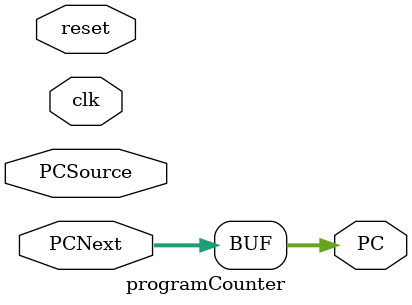
<source format=v>
`timescale 1ns / 1ps
module programCounter(
    input clk,
    input reset,
    input [31:0] PCNext,
    input PCSource,
    output [31:0] PC
);
    assign PC = PCNext;
endmodule

</source>
